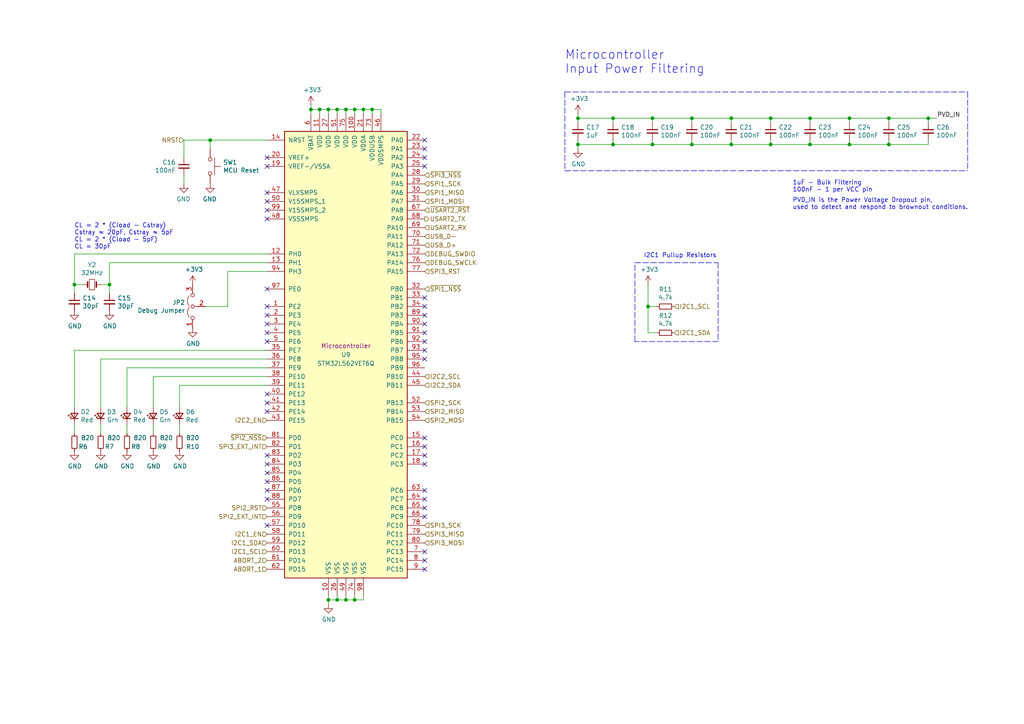
<source format=kicad_sch>
(kicad_sch (version 20211123) (generator eeschema)
  (paper "A4")
  (lib_symbols
    (symbol "Device:C_Small" (pin_numbers hide) (pin_names (offset 0.254) hide)
      (property "Reference" "C" (at 0.254 1.778 0))
      (property "Value" "C_Small" (at 0.254 -2.032 0))
      (symbol "C_Small_0_1"
        (polyline (pts (xy -1.524 -0.508) (xy 1.524 -0.508)) (stroke (width 0.3302)))
        (polyline (pts (xy -1.524 0.508) (xy 1.524 0.508)) (stroke (width 0.3048)))
      )
      (symbol "C_Small_1_1"
        (pin passive line (at 0 2.54 270) (length 2.032) (name "~") (number "1"))
        (pin passive line (at 0 -2.54 90) (length 2.032) (name "~") (number "2"))
      )
    )
    (symbol "Device:Crystal_Small" (pin_numbers hide) (pin_names (offset 1.016) hide)
      (property "Reference" "Y" (at 0 2.54 0))
      (property "Value" "Crystal_Small" (at 0 -2.54 0))
      (symbol "Crystal_Small_0_1"
        (rectangle (start -0.762 -1.524) (end 0.762 1.524))
        (polyline (pts (xy -1.27 -0.762) (xy -1.27 0.762)) (stroke (width 0.381)))
        (polyline (pts (xy 1.27 -0.762) (xy 1.27 0.762)) (stroke (width 0.381)))
      )
      (symbol "Crystal_Small_1_1"
        (pin passive line (at -2.54 0 0) (length 1.27) (name "1") (number "1"))
        (pin passive line (at 2.54 0 180) (length 1.27) (name "2") (number "2"))
      )
    )
    (symbol "Device:LED_Small" (pin_numbers hide) (pin_names (offset 0.254) hide)
      (property "Reference" "D" (at -1.27 3.175 0))
      (property "Value" "LED_Small" (at -4.445 -2.54 0))
      (symbol "LED_Small_0_1"
        (polyline (pts (xy -0.762 -1.016) (xy -0.762 1.016)) (stroke (width 0.254)))
        (polyline (pts (xy 1.016 0) (xy -0.762 0)))
        (polyline (pts (xy 0.762 -1.016) (xy -0.762 0) (xy 0.762 1.016) (xy 0.762 -1.016)) (stroke (width 0.254)))
        (polyline (pts (xy 0 0.762) (xy -0.508 1.27) (xy -0.254 1.27) (xy -0.508 1.27) (xy -0.508 1.016)))
        (polyline (pts (xy 0.508 1.27) (xy 0 1.778) (xy 0.254 1.778) (xy 0 1.778) (xy 0 1.524)))
      )
      (symbol "LED_Small_1_1"
        (pin passive line (at -2.54 0 0) (length 1.778) (name "K") (number "1"))
        (pin passive line (at 2.54 0 180) (length 1.778) (name "A") (number "2"))
      )
    )
    (symbol "Device:R_Small" (pin_numbers hide) (pin_names (offset 0.254) hide)
      (property "Reference" "R" (at 0.762 0.508 0))
      (property "Value" "R_Small" (at 0.762 -1.016 0))
      (symbol "R_Small_0_1"
        (rectangle (start -0.762 1.778) (end 0.762 -1.778) (stroke (width 0.2032)))
      )
      (symbol "R_Small_1_1"
        (pin passive line (at 0 2.54 270) (length 0.762) (name "~") (number "1"))
        (pin passive line (at 0 -2.54 90) (length 0.762) (name "~") (number "2"))
      )
    )
    (symbol "Jumper:Jumper_3_Open" (pin_names (offset 0) hide)
      (property "Reference" "JP" (at -2.54 -2.54 0))
      (property "Value" "Jumper_3_Open" (at 0 2.794 0))
      (symbol "Jumper_3_Open_0_0"
        (circle (center -3.302 0) (radius 0.508))
        (circle (center 0 0) (radius 0.508))
        (circle (center 3.302 0) (radius 0.508))
      )
      (symbol "Jumper_3_Open_0_1"
        (arc (start -0.254 1.016) (mid -1.651 1.4992) (end -3.048 1.016))
        (polyline (pts (xy 0 -0.508) (xy 0 -1.27)))
        (arc (start 3.048 1.016) (mid 1.651 1.4992) (end 0.254 1.016))
      )
      (symbol "Jumper_3_Open_1_1"
        (pin passive line (at -6.35 0 0) (length 2.54) (name "A") (number "1"))
        (pin input line (at 0 -3.81 90) (length 2.54) (name "C") (number "2"))
        (pin passive line (at 6.35 0 180) (length 2.54) (name "B") (number "3"))
      )
    )
    (symbol "RDT_Custom_Symbols:STM32L562VET" (pin_names (offset 1.016))
      (property "Reference" "U" (at 3.81 8.89 0))
      (property "Value" "STM32L562VET" (at 3.81 6.35 0))
      (symbol "STM32L562VET_1_1"
        (rectangle (start -17.78 -138.43) (end 17.78 -8.89) (stroke (width 0.254)) (fill (type background)))
        (pin bidirectional line (at -22.86 -59.69 0) (length 5.08) (name "PE2") (number "1"))
        (pin power_in line (at -5.08 -143.51 90) (length 5.08) (name "VSS") (number "10"))
        (pin power_in line (at 2.54 -3.81 270) (length 5.08) (name "VDD") (number "100"))
        (pin power_in line (at -7.62 -3.81 270) (length 5.08) (name "VDD") (number "11"))
        (pin input line (at -22.86 -44.45 0) (length 5.08) (name "PH0") (number "12"))
        (pin input line (at -22.86 -46.99 0) (length 5.08) (name "PH1") (number "13"))
        (pin input line (at -22.86 -11.43 0) (length 5.08) (name "NRST") (number "14"))
        (pin bidirectional line (at 22.86 -97.79 180) (length 5.08) (name "PC0") (number "15"))
        (pin bidirectional line (at 22.86 -100.33 180) (length 5.08) (name "PC1") (number "16"))
        (pin bidirectional line (at 22.86 -102.87 180) (length 5.08) (name "PC2") (number "17"))
        (pin bidirectional line (at 22.86 -105.41 180) (length 5.08) (name "PC3") (number "18"))
        (pin power_in line (at -22.86 -19.05 0) (length 5.08) (name "VREF-/VSSA") (number "19"))
        (pin bidirectional line (at -22.86 -62.23 0) (length 5.08) (name "PE3") (number "2"))
        (pin bidirectional line (at -22.86 -16.51 0) (length 5.08) (name "VREF+") (number "20"))
        (pin power_in line (at 5.08 -3.81 270) (length 5.08) (name "VDDA") (number "21"))
        (pin bidirectional line (at 22.86 -11.43 180) (length 5.08) (name "PA0") (number "22"))
        (pin bidirectional line (at 22.86 -13.97 180) (length 5.08) (name "PA1") (number "23"))
        (pin bidirectional line (at 22.86 -16.51 180) (length 5.08) (name "PA2") (number "24"))
        (pin bidirectional line (at 22.86 -19.05 180) (length 5.08) (name "PA3") (number "25"))
        (pin power_in line (at -2.54 -143.51 90) (length 5.08) (name "VSS") (number "26"))
        (pin power_in line (at -5.08 -3.81 270) (length 5.08) (name "VDD") (number "27"))
        (pin bidirectional line (at 22.86 -21.59 180) (length 5.08) (name "PA4") (number "28"))
        (pin bidirectional line (at 22.86 -24.13 180) (length 5.08) (name "PA5") (number "29"))
        (pin bidirectional line (at -22.86 -64.77 0) (length 5.08) (name "PE4") (number "3"))
        (pin bidirectional line (at 22.86 -26.67 180) (length 5.08) (name "PA6") (number "30"))
        (pin bidirectional line (at 22.86 -29.21 180) (length 5.08) (name "PA7") (number "31"))
        (pin bidirectional line (at 22.86 -54.61 180) (length 5.08) (name "PB0") (number "32"))
        (pin bidirectional line (at 22.86 -57.15 180) (length 5.08) (name "PB1") (number "33"))
        (pin bidirectional line (at 22.86 -59.69 180) (length 5.08) (name "PB2") (number "34"))
        (pin bidirectional line (at -22.86 -72.39 0) (length 5.08) (name "PE7") (number "35"))
        (pin bidirectional line (at -22.86 -74.93 0) (length 5.08) (name "PE8") (number "36"))
        (pin bidirectional line (at -22.86 -77.47 0) (length 5.08) (name "PE9") (number "37"))
        (pin bidirectional line (at -22.86 -80.01 0) (length 5.08) (name "PE10") (number "38"))
        (pin bidirectional line (at -22.86 -82.55 0) (length 5.08) (name "PE11") (number "39"))
        (pin bidirectional line (at -22.86 -67.31 0) (length 5.08) (name "PE5") (number "4"))
        (pin bidirectional line (at -22.86 -85.09 0) (length 5.08) (name "PE12") (number "40"))
        (pin bidirectional line (at -22.86 -87.63 0) (length 5.08) (name "PE13") (number "41"))
        (pin bidirectional line (at -22.86 -90.17 0) (length 5.08) (name "PE14") (number "42"))
        (pin bidirectional line (at -22.86 -92.71 0) (length 5.08) (name "PE15") (number "43"))
        (pin bidirectional line (at 22.86 -80.01 180) (length 5.08) (name "PB10") (number "44"))
        (pin bidirectional line (at 22.86 -82.55 180) (length 5.08) (name "PB11") (number "45"))
        (pin power_in line (at 10.16 -3.81 270) (length 5.08) (name "VDDSMPS") (number "46"))
        (pin power_in line (at -22.86 -26.67 0) (length 5.08) (name "VLXSMPS") (number "47"))
        (pin power_in line (at -22.86 -34.29 0) (length 5.08) (name "VSSSMPS") (number "48"))
        (pin power_in line (at 0 -143.51 90) (length 5.08) (name "VSS") (number "49"))
        (pin bidirectional line (at -22.86 -69.85 0) (length 5.08) (name "PE6") (number "5"))
        (pin power_out line (at -22.86 -29.21 0) (length 5.08) (name "V15SMPS_1") (number "50"))
        (pin power_in line (at -2.54 -3.81 270) (length 5.08) (name "VDD") (number "51"))
        (pin bidirectional line (at 22.86 -87.63 180) (length 5.08) (name "PB13") (number "52"))
        (pin bidirectional line (at 22.86 -90.17 180) (length 5.08) (name "PB14") (number "53"))
        (pin bidirectional line (at 22.86 -92.71 180) (length 5.08) (name "PB15") (number "54"))
        (pin bidirectional line (at -22.86 -118.11 0) (length 5.08) (name "PD8") (number "55"))
        (pin bidirectional line (at -22.86 -120.65 0) (length 5.08) (name "PD9") (number "56"))
        (pin bidirectional line (at -22.86 -123.19 0) (length 5.08) (name "PD10") (number "57"))
        (pin bidirectional line (at -22.86 -125.73 0) (length 5.08) (name "PD11") (number "58"))
        (pin bidirectional line (at -22.86 -128.27 0) (length 5.08) (name "PD12") (number "59"))
        (pin power_in line (at -10.16 -3.81 270) (length 5.08) (name "VBAT") (number "6"))
        (pin bidirectional line (at -22.86 -130.81 0) (length 5.08) (name "PD13") (number "60"))
        (pin bidirectional line (at -22.86 -133.35 0) (length 5.08) (name "PD14") (number "61"))
        (pin bidirectional line (at -22.86 -135.89 0) (length 5.08) (name "PD15") (number "62"))
        (pin bidirectional line (at 22.86 -113.03 180) (length 5.08) (name "PC6") (number "63"))
        (pin bidirectional line (at 22.86 -115.57 180) (length 5.08) (name "PC7") (number "64"))
        (pin bidirectional line (at 22.86 -118.11 180) (length 5.08) (name "PC8") (number "65"))
        (pin bidirectional line (at 22.86 -120.65 180) (length 5.08) (name "PC9") (number "66"))
        (pin bidirectional line (at 22.86 -31.75 180) (length 5.08) (name "PA8") (number "67"))
        (pin bidirectional line (at 22.86 -34.29 180) (length 5.08) (name "PA9") (number "68"))
        (pin bidirectional line (at 22.86 -36.83 180) (length 5.08) (name "PA10") (number "69"))
        (pin bidirectional line (at 22.86 -130.81 180) (length 5.08) (name "PC13") (number "7"))
        (pin bidirectional line (at 22.86 -39.37 180) (length 5.08) (name "PA11") (number "70"))
        (pin bidirectional line (at 22.86 -41.91 180) (length 5.08) (name "PA12") (number "71"))
        (pin bidirectional line (at 22.86 -44.45 180) (length 5.08) (name "PA13") (number "72"))
        (pin power_in line (at 7.62 -3.81 270) (length 5.08) (name "VDDUSB") (number "73"))
        (pin power_in line (at 2.54 -143.51 90) (length 5.08) (name "VSS") (number "74"))
        (pin power_in line (at 0 -3.81 270) (length 5.08) (name "VDD") (number "75"))
        (pin bidirectional line (at 22.86 -46.99 180) (length 5.08) (name "PA14") (number "76"))
        (pin bidirectional line (at 22.86 -49.53 180) (length 5.08) (name "PA15") (number "77"))
        (pin bidirectional line (at 22.86 -123.19 180) (length 5.08) (name "PC10") (number "78"))
        (pin bidirectional line (at 22.86 -125.73 180) (length 5.08) (name "PC11") (number "79"))
        (pin bidirectional line (at 22.86 -133.35 180) (length 5.08) (name "PC14") (number "8"))
        (pin bidirectional line (at 22.86 -128.27 180) (length 5.08) (name "PC12") (number "80"))
        (pin bidirectional line (at -22.86 -97.79 0) (length 5.08) (name "PD0") (number "81"))
        (pin bidirectional line (at -22.86 -100.33 0) (length 5.08) (name "PD1") (number "82"))
        (pin bidirectional line (at -22.86 -102.87 0) (length 5.08) (name "PD2") (number "83"))
        (pin bidirectional line (at -22.86 -105.41 0) (length 5.08) (name "PD3") (number "84"))
        (pin bidirectional line (at -22.86 -107.95 0) (length 5.08) (name "PD4") (number "85"))
        (pin bidirectional line (at -22.86 -110.49 0) (length 5.08) (name "PD5") (number "86"))
        (pin bidirectional line (at -22.86 -113.03 0) (length 5.08) (name "PD6") (number "87"))
        (pin bidirectional line (at -22.86 -115.57 0) (length 5.08) (name "PD7") (number "88"))
        (pin bidirectional line (at 22.86 -62.23 180) (length 5.08) (name "PB3") (number "89"))
        (pin bidirectional line (at 22.86 -135.89 180) (length 5.08) (name "PC15") (number "9"))
        (pin bidirectional line (at 22.86 -64.77 180) (length 5.08) (name "PB4") (number "90"))
        (pin bidirectional line (at 22.86 -67.31 180) (length 5.08) (name "PB5") (number "91"))
        (pin bidirectional line (at 22.86 -69.85 180) (length 5.08) (name "PB6") (number "92"))
        (pin bidirectional line (at 22.86 -72.39 180) (length 5.08) (name "PB7") (number "93"))
        (pin bidirectional line (at -22.86 -49.53 0) (length 5.08) (name "PH3") (number "94"))
        (pin bidirectional line (at 22.86 -74.93 180) (length 5.08) (name "PB8") (number "95"))
        (pin bidirectional line (at 22.86 -77.47 180) (length 5.08) (name "PB9") (number "96"))
        (pin bidirectional line (at -22.86 -54.61 0) (length 5.08) (name "PE0") (number "97"))
        (pin power_in line (at 5.08 -143.51 90) (length 5.08) (name "VSS") (number "98"))
        (pin power_out line (at -22.86 -31.75 0) (length 5.08) (name "V15SMPS_2") (number "99"))
      )
    )
    (symbol "Switch:SW_Push" (pin_numbers hide) (pin_names (offset 1.016) hide)
      (property "Reference" "SW" (at 1.27 2.54 0))
      (property "Value" "SW_Push" (at 0 -1.524 0))
      (symbol "SW_Push_0_1"
        (circle (center -2.032 0) (radius 0.508))
        (polyline (pts (xy 0 1.27) (xy 0 3.048)))
        (polyline (pts (xy 2.54 1.27) (xy -2.54 1.27)))
        (circle (center 2.032 0) (radius 0.508))
        (pin passive line (at -5.08 0 0) (length 2.54) (name "1") (number "1"))
        (pin passive line (at 5.08 0 180) (length 2.54) (name "2") (number "2"))
      )
    )
    (symbol "power:+3.3V" (power) (pin_names (offset 0))
      (property "Value" "+3.3V" (at 0 3.556 0))
      (symbol "+3.3V_0_1"
        (polyline (pts (xy -0.762 1.27) (xy 0 2.54)))
        (polyline (pts (xy 0 0) (xy 0 2.54)))
        (polyline (pts (xy 0 2.54) (xy 0.762 1.27)))
      )
      (symbol "+3.3V_1_1"
        (pin power_in line (at 0 0 90) (length 0) hide (name "+3V3") (number "1"))
      )
    )
    (symbol "power:GND" (power) (pin_names (offset 0))
      (property "Value" "GND" (at 0 -3.81 0))
      (symbol "GND_0_1"
        (polyline (pts (xy 0 0) (xy 0 -1.27) (xy 1.27 -1.27) (xy 0 -2.54) (xy -1.27 -1.27) (xy 0 -1.27)))
      )
      (symbol "GND_1_1"
        (pin power_in line (at 0 0 270) (length 0) hide (name "GND") (number "1"))
      )
    )
  )
  (junction (at 257.81 34.29))
  (junction (at 167.64 34.29))
  (junction (at 92.71 31.75))
  (junction (at 200.66 34.29))
  (junction (at 100.33 31.75))
  (junction (at 234.95 41.91))
  (junction (at 102.87 173.99))
  (junction (at 95.25 173.99))
  (junction (at 177.8 34.29))
  (junction (at 189.23 34.29))
  (junction (at 189.23 41.91))
  (junction (at 167.64 41.91))
  (junction (at 246.38 41.91))
  (junction (at 21.59 82.55))
  (junction (at 246.38 34.29))
  (junction (at 200.66 41.91))
  (junction (at 212.09 34.29))
  (junction (at 31.75 82.55))
  (junction (at 90.17 31.75))
  (junction (at 212.09 41.91))
  (junction (at 223.52 41.91))
  (junction (at 223.52 34.29))
  (junction (at 234.95 34.29))
  (junction (at 95.25 31.75))
  (junction (at 257.81 41.91))
  (junction (at 97.79 173.99))
  (junction (at 100.33 173.99))
  (junction (at 60.96 40.64))
  (junction (at 187.96 88.9))
  (junction (at 102.87 31.75))
  (junction (at 97.79 31.75))
  (junction (at 105.41 31.75))
  (junction (at 177.8 41.91))
  (junction (at 107.95 31.75))
  (junction (at 269.24 34.29))
  (no_connect (at 123.19 88.9))
  (no_connect (at 123.19 127))
  (no_connect (at 77.47 60.96))
  (no_connect (at 77.47 119.38))
  (no_connect (at 77.47 88.9))
  (no_connect (at 123.19 162.56))
  (no_connect (at 77.47 48.26))
  (no_connect (at 123.19 101.6))
  (no_connect (at 123.19 91.44))
  (no_connect (at 77.47 139.7))
  (no_connect (at 77.47 99.06))
  (no_connect (at 77.47 142.24))
  (no_connect (at 123.19 99.06))
  (no_connect (at 123.19 93.98))
  (no_connect (at 123.19 96.52))
  (no_connect (at 77.47 144.78))
  (no_connect (at 123.19 104.14))
  (no_connect (at 77.47 55.88))
  (no_connect (at 123.19 142.24))
  (no_connect (at 123.19 86.36))
  (no_connect (at 77.47 116.84))
  (no_connect (at 123.19 43.18))
  (no_connect (at 123.19 160.02))
  (no_connect (at 77.47 137.16))
  (no_connect (at 123.19 134.62))
  (no_connect (at 77.47 152.4))
  (no_connect (at 77.47 91.44))
  (no_connect (at 123.19 149.86))
  (no_connect (at 123.19 45.72))
  (no_connect (at 123.19 144.78))
  (no_connect (at 123.19 129.54))
  (no_connect (at 77.47 132.08))
  (no_connect (at 77.47 134.62))
  (no_connect (at 123.19 132.08))
  (no_connect (at 123.19 48.26))
  (no_connect (at 123.19 147.32))
  (no_connect (at 77.47 58.42))
  (no_connect (at 77.47 93.98))
  (no_connect (at 123.19 165.1))
  (no_connect (at 77.47 114.3))
  (no_connect (at 77.47 63.5))
  (no_connect (at 123.19 40.64))
  (no_connect (at 77.47 96.52))
  (no_connect (at 77.47 45.72))
  (no_connect (at 77.47 83.82))
  (wire (pts (xy 105.41 31.75) (xy 107.95 31.75)))
  (wire (pts (xy 100.33 172.72) (xy 100.33 173.99)))
  (wire (pts (xy 234.95 41.91) (xy 246.38 41.91)))
  (wire (pts (xy 21.59 73.66) (xy 77.47 73.66)))
  (wire (pts (xy 187.96 88.9) (xy 190.5 88.9)))
  (wire (pts (xy 105.41 31.75) (xy 105.41 33.02)))
  (wire (pts (xy 53.34 53.34) (xy 53.34 50.8)))
  (wire (pts (xy 53.34 40.64) (xy 53.34 45.72)))
  (wire (pts (xy 200.66 35.56) (xy 200.66 34.29)))
  (wire (pts (xy 257.81 35.56) (xy 257.81 34.29)))
  (wire (pts (xy 77.47 111.76) (xy 52.07 111.76)))
  (wire (pts (xy 200.66 41.91) (xy 212.09 41.91)))
  (wire (pts (xy 223.52 41.91) (xy 234.95 41.91)))
  (wire (pts (xy 187.96 82.55) (xy 187.96 88.9)))
  (wire (pts (xy 31.75 85.09) (xy 31.75 82.55)))
  (wire (pts (xy 167.64 41.91) (xy 177.8 41.91)))
  (wire (pts (xy 167.64 34.29) (xy 167.64 35.56)))
  (wire (pts (xy 100.33 31.75) (xy 100.33 33.02)))
  (wire (pts (xy 102.87 172.72) (xy 102.87 173.99)))
  (wire (pts (xy 44.45 109.22) (xy 44.45 118.11)))
  (wire (pts (xy 223.52 35.56) (xy 223.52 34.29)))
  (wire (pts (xy 269.24 41.91) (xy 257.81 41.91)))
  (wire (pts (xy 29.21 123.19) (xy 29.21 125.73)))
  (wire (pts (xy 59.69 88.9) (xy 66.04 88.9)))
  (wire (pts (xy 189.23 34.29) (xy 200.66 34.29)))
  (wire (pts (xy 52.07 118.11) (xy 52.07 111.76)))
  (wire (pts (xy 189.23 40.64) (xy 189.23 41.91)))
  (wire (pts (xy 246.38 40.64) (xy 246.38 41.91)))
  (wire (pts (xy 21.59 118.11) (xy 21.59 101.6)))
  (wire (pts (xy 107.95 31.75) (xy 110.49 31.75)))
  (wire (pts (xy 110.49 31.75) (xy 110.49 33.02)))
  (wire (pts (xy 60.96 40.64) (xy 77.47 40.64)))
  (wire (pts (xy 223.52 34.29) (xy 234.95 34.29)))
  (polyline (pts (xy 163.83 49.53) (xy 280.67 49.53)))
  (wire (pts (xy 95.25 172.72) (xy 95.25 173.99)))
  (wire (pts (xy 234.95 34.29) (xy 246.38 34.29)))
  (wire (pts (xy 187.96 96.52) (xy 187.96 88.9)))
  (wire (pts (xy 92.71 31.75) (xy 90.17 31.75)))
  (wire (pts (xy 95.25 175.26) (xy 95.25 173.99)))
  (wire (pts (xy 212.09 34.29) (xy 223.52 34.29)))
  (wire (pts (xy 53.34 40.64) (xy 60.96 40.64)))
  (wire (pts (xy 246.38 34.29) (xy 257.81 34.29)))
  (wire (pts (xy 77.47 109.22) (xy 44.45 109.22)))
  (wire (pts (xy 97.79 172.72) (xy 97.79 173.99)))
  (wire (pts (xy 257.81 34.29) (xy 269.24 34.29)))
  (wire (pts (xy 167.64 33.02) (xy 167.64 34.29)))
  (wire (pts (xy 190.5 96.52) (xy 187.96 96.52)))
  (wire (pts (xy 21.59 123.19) (xy 21.59 125.73)))
  (wire (pts (xy 90.17 30.48) (xy 90.17 31.75)))
  (polyline (pts (xy 280.67 26.67) (xy 280.67 49.53)))
  (wire (pts (xy 200.66 34.29) (xy 212.09 34.29)))
  (wire (pts (xy 77.47 101.6) (xy 21.59 101.6)))
  (wire (pts (xy 102.87 33.02) (xy 102.87 31.75)))
  (wire (pts (xy 269.24 41.91) (xy 269.24 40.64)))
  (wire (pts (xy 269.24 34.29) (xy 271.78 34.29)))
  (wire (pts (xy 95.25 31.75) (xy 95.25 33.02)))
  (wire (pts (xy 100.33 173.99) (xy 102.87 173.99)))
  (wire (pts (xy 234.95 40.64) (xy 234.95 41.91)))
  (wire (pts (xy 97.79 31.75) (xy 100.33 31.75)))
  (wire (pts (xy 92.71 31.75) (xy 95.25 31.75)))
  (wire (pts (xy 107.95 33.02) (xy 107.95 31.75)))
  (wire (pts (xy 212.09 41.91) (xy 223.52 41.91)))
  (wire (pts (xy 29.21 118.11) (xy 29.21 104.14)))
  (wire (pts (xy 95.25 31.75) (xy 97.79 31.75)))
  (wire (pts (xy 24.13 82.55) (xy 21.59 82.55)))
  (polyline (pts (xy 163.83 26.67) (xy 163.83 49.53)))
  (wire (pts (xy 66.04 78.74) (xy 77.47 78.74)))
  (wire (pts (xy 60.96 43.18) (xy 60.96 40.64)))
  (polyline (pts (xy 184.15 99.06) (xy 184.15 76.2)))
  (wire (pts (xy 189.23 41.91) (xy 200.66 41.91)))
  (wire (pts (xy 77.47 106.68) (xy 36.83 106.68)))
  (wire (pts (xy 44.45 123.19) (xy 44.45 125.73)))
  (wire (pts (xy 212.09 40.64) (xy 212.09 41.91)))
  (wire (pts (xy 100.33 31.75) (xy 102.87 31.75)))
  (wire (pts (xy 177.8 35.56) (xy 177.8 34.29)))
  (wire (pts (xy 257.81 40.64) (xy 257.81 41.91)))
  (wire (pts (xy 189.23 34.29) (xy 189.23 35.56)))
  (wire (pts (xy 77.47 104.14) (xy 29.21 104.14)))
  (wire (pts (xy 223.52 40.64) (xy 223.52 41.91)))
  (wire (pts (xy 105.41 173.99) (xy 105.41 172.72)))
  (polyline (pts (xy 163.83 26.67) (xy 280.67 26.67)))
  (wire (pts (xy 95.25 173.99) (xy 97.79 173.99)))
  (wire (pts (xy 66.04 88.9) (xy 66.04 78.74)))
  (wire (pts (xy 167.64 40.64) (xy 167.64 41.91)))
  (wire (pts (xy 21.59 85.09) (xy 21.59 82.55)))
  (wire (pts (xy 36.83 123.19) (xy 36.83 125.73)))
  (wire (pts (xy 167.64 34.29) (xy 177.8 34.29)))
  (polyline (pts (xy 208.28 99.06) (xy 184.15 99.06)))
  (wire (pts (xy 52.07 123.19) (xy 52.07 125.73)))
  (wire (pts (xy 97.79 173.99) (xy 100.33 173.99)))
  (wire (pts (xy 177.8 41.91) (xy 189.23 41.91)))
  (wire (pts (xy 102.87 31.75) (xy 105.41 31.75)))
  (polyline (pts (xy 208.28 76.2) (xy 208.28 99.06)))
  (wire (pts (xy 29.21 82.55) (xy 31.75 82.55)))
  (wire (pts (xy 269.24 34.29) (xy 269.24 35.56)))
  (wire (pts (xy 36.83 118.11) (xy 36.83 106.68)))
  (wire (pts (xy 167.64 43.18) (xy 167.64 41.91)))
  (wire (pts (xy 31.75 76.2) (xy 77.47 76.2)))
  (wire (pts (xy 92.71 31.75) (xy 92.71 33.02)))
  (wire (pts (xy 234.95 35.56) (xy 234.95 34.29)))
  (wire (pts (xy 200.66 40.64) (xy 200.66 41.91)))
  (wire (pts (xy 177.8 34.29) (xy 189.23 34.29)))
  (wire (pts (xy 212.09 34.29) (xy 212.09 35.56)))
  (wire (pts (xy 246.38 35.56) (xy 246.38 34.29)))
  (wire (pts (xy 21.59 82.55) (xy 21.59 73.66)))
  (wire (pts (xy 246.38 41.91) (xy 257.81 41.91)))
  (wire (pts (xy 177.8 40.64) (xy 177.8 41.91)))
  (wire (pts (xy 102.87 173.99) (xy 105.41 173.99)))
  (wire (pts (xy 90.17 31.75) (xy 90.17 33.02)))
  (wire (pts (xy 31.75 82.55) (xy 31.75 76.2)))
  (polyline (pts (xy 184.15 76.2) (xy 208.28 76.2)))
  (wire (pts (xy 97.79 33.02) (xy 97.79 31.75)))
  (text "Microcontroller\nInput Power Filtering" (at 163.83 21.59 0) (effects (font (size 2.54 2.54)) (justify left bottom)))
  (text "I2C1 Pullup Resistors" (at 186.69 74.93 0) (effects (font (size 1.27 1.27)) (justify left bottom)))
  (text "PVD_IN is the Power Voltage Dropout pin,\nused to detect and respond to brownout conditions." (at 229.87 60.96 0) (effects (font (size 1.27 1.27)) (justify left bottom)))
  (text "1uF - Bulk Filtering\n100nF - 1 per VCC pin" (at 229.87 55.88 0) (effects (font (size 1.27 1.27)) (justify left bottom)))
  (text "CL = 2 * (Cload - Cstray)\nCstray ≈ 20pF, Cstray ≈ 5pF\nCL = 2 * (Cload - 5pF)\nCL = 30pF" (at 21.59 72.39 0) (effects (font (size 1.27 1.27)) (justify left bottom)))
  (label "PVD_IN" (at 271.78 34.29 0))
  (hierarchical_label "~{SPI2_NSS}" (shape input) (at 77.47 127 180))
  (hierarchical_label "~{USART2_RST}" (shape input) (at 123.19 60.96 0))
  (hierarchical_label "I2C2_SDA" (shape input) (at 123.19 111.76 0))
  (hierarchical_label "SPI3_RST" (shape input) (at 123.19 78.74 0))
  (hierarchical_label "SPI3_MOSI" (shape input) (at 123.19 157.48 0))
  (hierarchical_label "SPI3_EXT_INT" (shape input) (at 77.47 129.54 180))
  (hierarchical_label "I2C1_EN" (shape input) (at 77.47 154.94 180))
  (hierarchical_label "USB_D+" (shape input) (at 123.19 71.12 0))
  (hierarchical_label "ABORT_1" (shape input) (at 77.47 165.1 180))
  (hierarchical_label "SPI2_MISO" (shape input) (at 123.19 119.38 0))
  (hierarchical_label "SPI2_SCK" (shape input) (at 123.19 116.84 0))
  (hierarchical_label "I2C1_SDA" (shape input) (at 195.58 96.52 0))
  (hierarchical_label "SPI3_SCK" (shape input) (at 123.19 152.4 0))
  (hierarchical_label "I2C1_SCL" (shape input) (at 195.58 88.9 0))
  (hierarchical_label "NRST" (shape input) (at 53.34 40.64 180))
  (hierarchical_label "USB_D-" (shape input) (at 123.19 68.58 0))
  (hierarchical_label "USART2_RX" (shape input) (at 123.19 66.04 0))
  (hierarchical_label "ABORT_2" (shape input) (at 77.47 162.56 180))
  (hierarchical_label "SPI2_MOSI" (shape input) (at 123.19 121.92 0))
  (hierarchical_label "SPI1_MISO" (shape input) (at 123.19 55.88 0))
  (hierarchical_label "I2C2_EN" (shape input) (at 77.47 121.92 180))
  (hierarchical_label "USART2_TX" (shape output) (at 123.19 63.5 0))
  (hierarchical_label "SPI2_RST" (shape input) (at 77.47 147.32 180))
  (hierarchical_label "DEBUG_SWCLK" (shape input) (at 123.19 76.2 0))
  (hierarchical_label "SPI1_SCK" (shape input) (at 123.19 53.34 0))
  (hierarchical_label "~{SPI3_NSS}" (shape input) (at 123.19 50.8 0))
  (hierarchical_label "~{SPI1_NSS}" (shape input) (at 123.19 83.82 0))
  (hierarchical_label "SPI3_MISO" (shape input) (at 123.19 154.94 0))
  (hierarchical_label "SPI2_EXT_INT" (shape input) (at 77.47 149.86 180))
  (hierarchical_label "SPI1_MOSI" (shape input) (at 123.19 58.42 0))
  (hierarchical_label "DEBUG_SWDIO" (shape input) (at 123.19 73.66 0))
  (hierarchical_label "I2C2_SCL" (shape input) (at 123.19 109.22 0))
  (hierarchical_label "I2C1_SCL" (shape input) (at 77.47 160.02 180))
  (hierarchical_label "I2C1_SDA" (shape input) (at 77.47 157.48 180))
  (symbol (lib_id "power:+3.3V") (at 167.64 33.02 0) (unit 1)
    (property "Reference" "#PWR060" (effects hide))
    (property "Value" "+3.3V" (at 168.021 28.6258 0))
  )
  (symbol (lib_id "Device:C_Small") (at 167.64 38.1 0) (unit 1)
    (property "Reference" "C17" (at 169.9768 36.9316 0) (effects (justify left)))
    (property "Value" "1uF" (at 169.9768 39.243 0) (effects (justify left)))
    (property "Footprint" "Capacitor_SMD:C_0603_1608Metric_Pad1.08x0.95mm_HandSolder" (effects hide))
    (property "LCSC" "C15849 " (effects hide))
  )
  (symbol (lib_id "Device:C_Small") (at 177.8 38.1 0) (unit 1)
    (property "Reference" "C18" (at 180.1368 36.9316 0) (effects (justify left)))
    (property "Value" "100nF" (at 180.1368 39.243 0) (effects (justify left)))
    (property "Footprint" "Capacitor_SMD:C_0603_1608Metric_Pad1.08x0.95mm_HandSolder" (effects hide))
    (property "LCSC" "C14663" (effects hide))
  )
  (symbol (lib_id "Device:C_Small") (at 189.23 38.1 0) (unit 1)
    (property "Reference" "C19" (at 191.5668 36.9316 0) (effects (justify left)))
    (property "Value" "100nF" (at 191.5668 39.243 0) (effects (justify left)))
    (property "Footprint" "Capacitor_SMD:C_0603_1608Metric_Pad1.08x0.95mm_HandSolder" (effects hide))
    (property "LCSC" "C14663" (effects hide))
  )
  (symbol (lib_id "Device:C_Small") (at 223.52 38.1 0) (unit 1)
    (property "Reference" "C22" (at 225.8568 36.9316 0) (effects (justify left)))
    (property "Value" "100nF" (at 225.8568 39.243 0) (effects (justify left)))
    (property "Footprint" "Capacitor_SMD:C_0603_1608Metric_Pad1.08x0.95mm_HandSolder" (effects hide))
    (property "LCSC" "C14663" (effects hide))
  )
  (symbol (lib_id "Device:C_Small") (at 269.24 38.1 0) (unit 1)
    (property "Reference" "C26" (at 271.5768 36.9316 0) (effects (justify left)))
    (property "Value" "100nF" (at 271.5768 39.243 0) (effects (justify left)))
    (property "Footprint" "Capacitor_SMD:C_0603_1608Metric_Pad1.08x0.95mm_HandSolder" (effects hide))
    (property "LCSC" "C14663" (effects hide))
  )
  (symbol (lib_id "power:GND") (at 167.64 43.18 0) (unit 1)
    (property "Reference" "#PWR061" (effects hide))
    (property "Value" "GND" (at 167.767 47.5742 0))
  )
  (symbol (lib_id "power:+3.3V") (at 187.96 82.55 0) (unit 1)
    (property "Reference" "#PWR062" (effects hide))
    (property "Value" "+3.3V" (at 188.341 78.1558 0))
  )
  (symbol (lib_id "Device:R_Small") (at 193.04 88.9 270) (unit 1)
    (property "Reference" "R11" (at 193.04 83.9216 90))
    (property "Value" "4.7k" (at 193.04 86.233 90))
    (property "Footprint" "Resistor_SMD:R_0603_1608Metric_Pad0.98x0.95mm_HandSolder" (effects hide))
    (property "LCSC" "C25999" (effects hide))
  )
  (symbol (lib_id "Device:R_Small") (at 193.04 96.52 270) (unit 1)
    (property "Reference" "R12" (at 193.04 91.5416 90))
    (property "Value" "4.7k" (at 193.04 93.853 90))
    (property "Footprint" "Resistor_SMD:R_0603_1608Metric_Pad0.98x0.95mm_HandSolder" (effects hide))
    (property "LCSC" "C25999" (effects hide))
  )
  (symbol (lib_id "RDT_Custom_Symbols:STM32L562VET") (at 100.33 29.21 0) (unit 1)
    (property "Reference" "U9" (at 100.33 102.87 0))
    (property "Value" "STM32L562VET6Q" (at 100.33 105.41 0))
    (property "Footprint" "Package_QFP:LQFP-100_14x14mm_P0.5mm" (effects hide))
    (property "Datasheet" "https://www.st.com/resource/en/datasheet/stm32l562re.pdf" (effects hide))
    (property "Description" "Microcontroller" (at 100.33 100.33 0))
  )
  (symbol (lib_id "power:GND") (at 95.25 175.26 0) (unit 1)
    (property "Reference" "#PWR059" (effects hide))
    (property "Value" "GND" (at 95.377 179.6542 0))
  )
  (symbol (lib_id "power:+3.3V") (at 90.17 30.48 0) (unit 1)
    (property "Reference" "#PWR058" (effects hide))
    (property "Value" "+3.3V" (at 90.551 26.0858 0))
  )
  (symbol (lib_id "Device:C_Small") (at 200.66 38.1 0) (unit 1)
    (property "Reference" "C20" (at 202.9968 36.9316 0) (effects (justify left)))
    (property "Value" "100nF" (at 202.9968 39.243 0) (effects (justify left)))
    (property "Footprint" "Capacitor_SMD:C_0603_1608Metric_Pad1.08x0.95mm_HandSolder" (effects hide))
    (property "LCSC" "C14663" (effects hide))
  )
  (symbol (lib_id "Device:C_Small") (at 212.09 38.1 0) (unit 1)
    (property "Reference" "C21" (at 214.4268 36.9316 0) (effects (justify left)))
    (property "Value" "100nF" (at 214.4268 39.243 0) (effects (justify left)))
    (property "Footprint" "Capacitor_SMD:C_0603_1608Metric_Pad1.08x0.95mm_HandSolder" (effects hide))
    (property "LCSC" "C14663" (effects hide))
  )
  (symbol (lib_id "Device:C_Small") (at 234.95 38.1 0) (unit 1)
    (property "Reference" "C23" (at 237.2868 36.9316 0) (effects (justify left)))
    (property "Value" "100nF" (at 237.2868 39.243 0) (effects (justify left)))
    (property "Footprint" "Capacitor_SMD:C_0603_1608Metric_Pad1.08x0.95mm_HandSolder" (effects hide))
    (property "LCSC" "C14663" (effects hide))
  )
  (symbol (lib_id "Device:C_Small") (at 246.38 38.1 0) (unit 1)
    (property "Reference" "C24" (at 248.7168 36.9316 0) (effects (justify left)))
    (property "Value" "100nF" (at 248.7168 39.243 0) (effects (justify left)))
    (property "Footprint" "Capacitor_SMD:C_0603_1608Metric_Pad1.08x0.95mm_HandSolder" (effects hide))
    (property "LCSC" "C14663" (effects hide))
  )
  (symbol (lib_id "Device:C_Small") (at 257.81 38.1 0) (unit 1)
    (property "Reference" "C25" (at 260.1468 36.9316 0) (effects (justify left)))
    (property "Value" "100nF" (at 260.1468 39.243 0) (effects (justify left)))
    (property "Footprint" "Capacitor_SMD:C_0603_1608Metric_Pad1.08x0.95mm_HandSolder" (effects hide))
    (property "LCSC" "C14663" (effects hide))
  )
  (symbol (lib_id "Device:C_Small") (at 21.59 87.63 0) (unit 1)
    (property "Reference" "C14" (at 23.9268 86.4616 0) (effects (justify left)))
    (property "Value" "30pF" (at 23.9268 88.773 0) (effects (justify left)))
    (property "Footprint" "Capacitor_SMD:C_0603_1608Metric_Pad1.08x0.95mm_HandSolder" (effects hide))
    (property "LCSC" "C22397" (effects hide))
  )
  (symbol (lib_id "power:GND") (at 31.75 90.17 0) (unit 1)
    (property "Reference" "#PWR050" (effects hide))
    (property "Value" "GND" (at 31.877 94.5642 0))
  )
  (symbol (lib_id "power:GND") (at 21.59 90.17 0) (unit 1)
    (property "Reference" "#PWR047" (effects hide))
    (property "Value" "GND" (at 21.717 94.5642 0))
  )
  (symbol (lib_id "Device:C_Small") (at 31.75 87.63 0) (unit 1)
    (property "Reference" "C15" (at 34.0868 86.4616 0) (effects (justify left)))
    (property "Value" "30pF" (at 34.0868 88.773 0) (effects (justify left)))
    (property "Footprint" "Capacitor_SMD:C_0603_1608Metric_Pad1.08x0.95mm_HandSolder" (effects hide))
    (property "LCSC" "C22397" (effects hide))
  )
  (symbol (lib_id "Device:Crystal_Small") (at 26.67 82.55 0) (unit 1)
    (property "Reference" "Y2" (at 26.67 76.835 0))
    (property "Value" "32MHz" (at 26.67 79.1464 0))
    (property "Footprint" "RDT_Custom_Footprints:XTAL_ABM7-32.000MHZ-D2Y-T" (effects hide))
  )
  (symbol (lib_id "Device:LED_Small") (at 52.07 120.65 90) (unit 1)
    (property "Reference" "D6" (at 53.848 119.4816 90) (effects (justify right)))
    (property "Value" "Red" (at 53.848 121.793 90) (effects (justify right)))
    (property "Footprint" "LED_SMD:LED_0603_1608Metric_Pad1.05x0.95mm_HandSolder" (effects hide))
    (property "LCSC" " C2286 " (effects hide))
  )
  (symbol (lib_id "Device:LED_Small") (at 44.45 120.65 90) (unit 1)
    (property "Reference" "D5" (at 46.228 119.4816 90) (effects (justify right)))
    (property "Value" "Grn" (at 46.228 121.793 90) (effects (justify right)))
    (property "Footprint" "LED_SMD:LED_0603_1608Metric_Pad1.05x0.95mm_HandSolder" (effects hide))
    (property "LCSC" " C165982 " (effects hide))
  )
  (symbol (lib_id "Device:LED_Small") (at 36.83 120.65 90) (unit 1)
    (property "Reference" "D4" (at 38.608 119.4816 90) (effects (justify right)))
    (property "Value" "Red" (at 38.608 121.793 90) (effects (justify right)))
    (property "Footprint" "LED_SMD:LED_0603_1608Metric_Pad1.05x0.95mm_HandSolder" (effects hide))
    (property "LCSC" " C2286 " (effects hide))
  )
  (symbol (lib_id "Device:LED_Small") (at 29.21 120.65 90) (unit 1)
    (property "Reference" "D3" (at 30.988 119.4816 90) (effects (justify right)))
    (property "Value" "Grn" (at 30.988 121.793 90) (effects (justify right)))
    (property "Footprint" "LED_SMD:LED_0603_1608Metric_Pad1.05x0.95mm_HandSolder" (effects hide))
    (property "LCSC" " C165982 " (effects hide))
  )
  (symbol (lib_id "Device:LED_Small") (at 21.59 120.65 90) (unit 1)
    (property "Reference" "D2" (at 23.368 119.4816 90) (effects (justify right)))
    (property "Value" "Red" (at 23.368 121.793 90) (effects (justify right)))
    (property "Footprint" "LED_SMD:LED_0603_1608Metric_Pad1.05x0.95mm_HandSolder" (effects hide))
    (property "LCSC" " C2286 " (effects hide))
  )
  (symbol (lib_id "Device:R_Small") (at 21.59 128.27 180) (unit 1)
    (property "Reference" "R6" (at 24.13 129.54 0))
    (property "Value" "820" (at 25.4 127 0))
    (property "Footprint" "Resistor_SMD:R_0603_1608Metric_Pad0.98x0.95mm_HandSolder" (effects hide))
    (property "LCSC" " C23253" (effects hide))
  )
  (symbol (lib_id "Device:R_Small") (at 36.83 128.27 180) (unit 1)
    (property "Reference" "R8" (at 39.37 129.54 0))
    (property "Value" "820" (at 40.64 127 0))
    (property "Footprint" "Resistor_SMD:R_0603_1608Metric_Pad0.98x0.95mm_HandSolder" (effects hide))
    (property "LCSC" " C23253 " (effects hide))
  )
  (symbol (lib_id "Device:R_Small") (at 52.07 128.27 180) (unit 1)
    (property "Reference" "R10" (at 55.88 129.54 0))
    (property "Value" "820" (at 55.88 127 0))
    (property "Footprint" "Resistor_SMD:R_0603_1608Metric_Pad0.98x0.95mm_HandSolder" (effects hide))
    (property "LCSC" " C23253 " (effects hide))
  )
  (symbol (lib_id "Device:R_Small") (at 29.21 128.27 180) (unit 1)
    (property "Reference" "R7" (at 31.75 129.54 0))
    (property "Value" "820" (at 33.02 127 0))
    (property "Footprint" "Resistor_SMD:R_0603_1608Metric_Pad0.98x0.95mm_HandSolder" (effects hide))
    (property "LCSC" " C23253 " (effects hide))
  )
  (symbol (lib_id "Device:R_Small") (at 44.45 128.27 180) (unit 1)
    (property "Reference" "R9" (at 46.99 129.54 0))
    (property "Value" "820" (at 48.26 127 0))
    (property "Footprint" "Resistor_SMD:R_0603_1608Metric_Pad0.98x0.95mm_HandSolder" (effects hide))
    (property "LCSC" " C23253 " (effects hide))
  )
  (symbol (lib_id "power:GND") (at 21.59 130.81 0) (unit 1)
    (property "Reference" "#PWR048" (effects hide))
    (property "Value" "GND" (at 21.717 135.2042 0))
  )
  (symbol (lib_id "power:GND") (at 29.21 130.81 0) (unit 1)
    (property "Reference" "#PWR049" (effects hide))
    (property "Value" "GND" (at 29.337 135.2042 0))
  )
  (symbol (lib_id "power:GND") (at 36.83 130.81 0) (unit 1)
    (property "Reference" "#PWR051" (effects hide))
    (property "Value" "GND" (at 36.957 135.2042 0))
  )
  (symbol (lib_id "power:GND") (at 44.45 130.81 0) (unit 1)
    (property "Reference" "#PWR052" (effects hide))
    (property "Value" "GND" (at 44.577 135.2042 0))
  )
  (symbol (lib_id "power:GND") (at 52.07 130.81 0) (unit 1)
    (property "Reference" "#PWR053" (effects hide))
    (property "Value" "GND" (at 52.197 135.2042 0))
  )
  (symbol (lib_id "Switch:SW_Push") (at 60.96 48.26 270) (unit 1)
    (property "Reference" "SW1" (at 64.7192 47.0916 90) (effects (justify left)))
    (property "Value" "MCU Reset" (at 64.7192 49.403 90) (effects (justify left)))
    (property "Footprint" "Button_Switch_SMD:SW_SPST_PTS645" (effects hide))
    (property "LCSC" "C2837531 " (effects hide))
  )
  (symbol (lib_id "power:GND") (at 53.34 53.34 0) (mirror y) (unit 1)
    (property "Reference" "#PWR054" (effects hide))
    (property "Value" "GND" (at 53.213 57.7342 0))
  )
  (symbol (lib_id "Device:C_Small") (at 53.34 48.26 0) (mirror y) (unit 1)
    (property "Reference" "C16" (at 51.0032 47.0916 0) (effects (justify left)))
    (property "Value" "100nF" (at 51.0032 49.403 0) (effects (justify left)))
    (property "Footprint" "Capacitor_SMD:C_0603_1608Metric_Pad1.08x0.95mm_HandSolder" (effects hide))
    (property "LCSC" "C14663" (effects hide))
  )
  (symbol (lib_id "power:GND") (at 60.96 53.34 0) (mirror y) (unit 1)
    (property "Reference" "#PWR057" (effects hide))
    (property "Value" "GND" (at 60.833 57.7342 0))
  )
  (symbol (lib_id "Jumper:Jumper_3_Open") (at 55.88 88.9 90) (unit 1)
    (property "Reference" "JP2" (at 53.6702 87.7316 90) (effects (justify left)))
    (property "Value" "Debug Jumper" (at 53.6702 90.043 90) (effects (justify left)))
    (property "Footprint" "Connector_PinHeader_2.54mm:PinHeader_1x03_P2.54mm_Vertical" (effects hide))
  )
  (symbol (lib_id "power:GND") (at 55.88 95.25 0) (unit 1)
    (property "Reference" "#PWR056" (effects hide))
    (property "Value" "GND" (at 56.007 99.6442 0))
  )
  (symbol (lib_id "power:+3.3V") (at 55.88 82.55 0) (unit 1)
    (property "Reference" "#PWR055" (effects hide))
    (property "Value" "+3.3V" (at 56.261 78.1558 0))
  )
)
</source>
